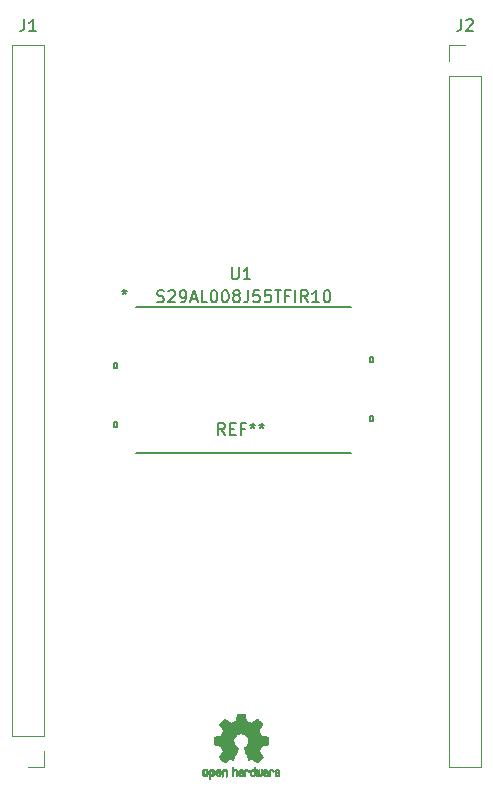
<source format=gbr>
G04 #@! TF.GenerationSoftware,KiCad,Pcbnew,(5.1.5)-3*
G04 #@! TF.CreationDate,2020-03-18T19:13:38-04:00*
G04 #@! TF.ProjectId,SingleBoard,53696e67-6c65-4426-9f61-72642e6b6963,rev?*
G04 #@! TF.SameCoordinates,Original*
G04 #@! TF.FileFunction,Legend,Top*
G04 #@! TF.FilePolarity,Positive*
%FSLAX46Y46*%
G04 Gerber Fmt 4.6, Leading zero omitted, Abs format (unit mm)*
G04 Created by KiCad (PCBNEW (5.1.5)-3) date 2020-03-18 19:13:38*
%MOMM*%
%LPD*%
G04 APERTURE LIST*
%ADD10C,0.010000*%
%ADD11C,0.152400*%
%ADD12C,0.120000*%
%ADD13C,0.150000*%
G04 APERTURE END LIST*
D10*
G36*
X112103910Y-99242348D02*
G01*
X112182454Y-99242778D01*
X112239298Y-99243942D01*
X112278105Y-99246207D01*
X112302538Y-99249940D01*
X112316262Y-99255506D01*
X112322940Y-99263273D01*
X112326236Y-99273605D01*
X112326556Y-99274943D01*
X112331562Y-99299079D01*
X112340829Y-99346701D01*
X112353392Y-99412741D01*
X112368287Y-99492128D01*
X112384551Y-99579796D01*
X112385119Y-99582875D01*
X112401410Y-99668789D01*
X112416652Y-99744696D01*
X112429861Y-99806045D01*
X112440054Y-99848282D01*
X112446248Y-99866855D01*
X112446543Y-99867184D01*
X112464788Y-99876253D01*
X112502405Y-99891367D01*
X112551271Y-99909262D01*
X112551543Y-99909358D01*
X112613093Y-99932493D01*
X112685657Y-99961965D01*
X112754057Y-99991597D01*
X112757294Y-99993062D01*
X112868702Y-100043626D01*
X113115399Y-99875160D01*
X113191077Y-99823803D01*
X113259631Y-99777889D01*
X113317088Y-99740030D01*
X113359476Y-99712837D01*
X113382825Y-99698921D01*
X113385042Y-99697889D01*
X113402010Y-99702484D01*
X113433701Y-99724655D01*
X113481352Y-99765447D01*
X113546198Y-99825905D01*
X113612397Y-99890227D01*
X113676214Y-99953612D01*
X113733329Y-100011451D01*
X113780305Y-100060175D01*
X113813703Y-100096210D01*
X113830085Y-100115984D01*
X113830694Y-100117002D01*
X113832505Y-100130572D01*
X113825683Y-100152733D01*
X113808540Y-100186478D01*
X113779393Y-100234800D01*
X113736555Y-100300692D01*
X113679448Y-100385517D01*
X113628766Y-100460177D01*
X113583461Y-100527140D01*
X113546150Y-100582516D01*
X113519452Y-100622420D01*
X113505985Y-100642962D01*
X113505137Y-100644356D01*
X113506781Y-100664038D01*
X113519245Y-100702293D01*
X113540048Y-100751889D01*
X113547462Y-100767728D01*
X113579814Y-100838290D01*
X113614328Y-100918353D01*
X113642365Y-100987629D01*
X113662568Y-101039045D01*
X113678615Y-101078119D01*
X113687888Y-101098541D01*
X113689041Y-101100114D01*
X113706096Y-101102721D01*
X113746298Y-101109863D01*
X113804302Y-101120523D01*
X113874763Y-101133685D01*
X113952335Y-101148333D01*
X114031672Y-101163449D01*
X114107431Y-101178018D01*
X114174264Y-101191022D01*
X114226828Y-101201445D01*
X114259776Y-101208270D01*
X114267857Y-101210199D01*
X114276205Y-101214962D01*
X114282506Y-101225718D01*
X114287045Y-101246098D01*
X114290104Y-101279734D01*
X114291967Y-101330255D01*
X114292918Y-101401292D01*
X114293240Y-101496476D01*
X114293257Y-101535492D01*
X114293257Y-101852799D01*
X114217057Y-101867839D01*
X114174663Y-101875995D01*
X114111400Y-101887899D01*
X114034962Y-101902116D01*
X113953043Y-101917210D01*
X113930400Y-101921355D01*
X113854806Y-101936053D01*
X113788953Y-101950505D01*
X113738366Y-101963375D01*
X113708574Y-101973322D01*
X113703612Y-101976287D01*
X113691426Y-101997283D01*
X113673953Y-102037967D01*
X113654577Y-102090322D01*
X113650734Y-102101600D01*
X113625339Y-102171523D01*
X113593817Y-102250418D01*
X113562969Y-102321266D01*
X113562817Y-102321595D01*
X113511447Y-102432733D01*
X113680399Y-102681253D01*
X113849352Y-102929772D01*
X113632429Y-103147058D01*
X113566819Y-103211726D01*
X113506979Y-103268733D01*
X113456267Y-103315033D01*
X113418046Y-103347584D01*
X113395675Y-103363343D01*
X113392466Y-103364343D01*
X113373626Y-103356469D01*
X113335180Y-103334578D01*
X113281330Y-103301267D01*
X113216276Y-103259131D01*
X113145940Y-103211943D01*
X113074555Y-103163810D01*
X113010908Y-103121928D01*
X112959041Y-103088871D01*
X112922995Y-103067218D01*
X112906867Y-103059543D01*
X112887189Y-103066037D01*
X112849875Y-103083150D01*
X112802621Y-103107326D01*
X112797612Y-103110013D01*
X112733977Y-103141927D01*
X112690341Y-103157579D01*
X112663202Y-103157745D01*
X112649057Y-103143204D01*
X112648975Y-103143000D01*
X112641905Y-103125779D01*
X112625042Y-103084899D01*
X112599695Y-103023525D01*
X112567171Y-102944819D01*
X112528778Y-102851947D01*
X112485822Y-102748072D01*
X112444222Y-102647502D01*
X112398504Y-102536516D01*
X112356526Y-102433703D01*
X112319548Y-102342215D01*
X112288827Y-102265201D01*
X112265622Y-102205815D01*
X112251190Y-102167209D01*
X112246743Y-102152800D01*
X112257896Y-102136272D01*
X112287069Y-102109930D01*
X112325971Y-102080887D01*
X112436757Y-101989039D01*
X112523351Y-101883759D01*
X112584716Y-101767266D01*
X112619815Y-101641776D01*
X112627608Y-101509507D01*
X112621943Y-101448457D01*
X112591078Y-101321795D01*
X112537920Y-101209941D01*
X112465767Y-101114001D01*
X112377917Y-101035076D01*
X112277665Y-100974270D01*
X112168310Y-100932687D01*
X112053147Y-100911428D01*
X111935475Y-100911599D01*
X111818590Y-100934301D01*
X111705789Y-100980638D01*
X111600369Y-101051713D01*
X111556368Y-101091911D01*
X111471979Y-101195129D01*
X111413222Y-101307925D01*
X111379704Y-101427010D01*
X111371035Y-101549095D01*
X111386823Y-101670893D01*
X111426678Y-101789116D01*
X111490207Y-101900475D01*
X111577021Y-102001684D01*
X111674029Y-102080887D01*
X111714437Y-102111162D01*
X111742982Y-102137219D01*
X111753257Y-102152825D01*
X111747877Y-102169843D01*
X111732575Y-102210500D01*
X111708612Y-102271642D01*
X111677244Y-102350119D01*
X111639732Y-102442780D01*
X111597333Y-102546472D01*
X111555663Y-102647526D01*
X111509690Y-102758607D01*
X111467107Y-102861541D01*
X111429221Y-102953165D01*
X111397340Y-103030316D01*
X111372771Y-103089831D01*
X111356820Y-103128544D01*
X111350910Y-103143000D01*
X111336948Y-103157685D01*
X111309940Y-103157642D01*
X111266413Y-103142099D01*
X111202890Y-103110284D01*
X111202388Y-103110013D01*
X111154560Y-103085323D01*
X111115897Y-103067338D01*
X111094095Y-103059614D01*
X111093133Y-103059543D01*
X111076721Y-103067378D01*
X111040487Y-103089165D01*
X110988474Y-103122328D01*
X110924725Y-103164291D01*
X110854060Y-103211943D01*
X110782116Y-103260191D01*
X110717274Y-103302151D01*
X110663735Y-103335227D01*
X110625697Y-103356821D01*
X110607533Y-103364343D01*
X110590808Y-103354457D01*
X110557180Y-103326826D01*
X110510010Y-103284495D01*
X110452658Y-103230505D01*
X110388484Y-103167899D01*
X110367497Y-103146983D01*
X110150499Y-102929623D01*
X110315668Y-102687220D01*
X110365864Y-102612781D01*
X110409919Y-102545972D01*
X110445362Y-102490665D01*
X110469719Y-102450729D01*
X110480522Y-102430036D01*
X110480838Y-102428563D01*
X110475143Y-102409058D01*
X110459826Y-102369822D01*
X110437537Y-102317430D01*
X110421893Y-102282355D01*
X110392641Y-102215201D01*
X110365094Y-102147358D01*
X110343737Y-102090034D01*
X110337935Y-102072572D01*
X110321452Y-102025938D01*
X110305340Y-101989905D01*
X110296490Y-101976287D01*
X110276960Y-101967952D01*
X110234334Y-101956137D01*
X110174145Y-101942181D01*
X110101922Y-101927422D01*
X110069600Y-101921355D01*
X109987522Y-101906273D01*
X109908795Y-101891669D01*
X109841109Y-101878980D01*
X109792160Y-101869642D01*
X109782943Y-101867839D01*
X109706743Y-101852799D01*
X109706743Y-101535492D01*
X109706914Y-101431154D01*
X109707616Y-101352213D01*
X109709134Y-101295038D01*
X109711749Y-101255999D01*
X109715746Y-101231465D01*
X109721409Y-101217805D01*
X109729020Y-101211389D01*
X109732143Y-101210199D01*
X109750978Y-101205980D01*
X109792588Y-101197562D01*
X109851630Y-101185961D01*
X109922757Y-101172195D01*
X110000625Y-101157280D01*
X110079887Y-101142232D01*
X110155198Y-101128069D01*
X110221213Y-101115806D01*
X110272587Y-101106461D01*
X110303975Y-101101050D01*
X110310959Y-101100114D01*
X110317285Y-101087596D01*
X110331290Y-101054246D01*
X110350355Y-101006377D01*
X110357634Y-100987629D01*
X110386996Y-100915195D01*
X110421571Y-100835170D01*
X110452537Y-100767728D01*
X110475323Y-100716159D01*
X110490482Y-100673785D01*
X110495542Y-100647834D01*
X110494736Y-100644356D01*
X110484041Y-100627936D01*
X110459620Y-100591417D01*
X110424095Y-100538687D01*
X110380087Y-100473635D01*
X110330217Y-100400151D01*
X110320356Y-100385645D01*
X110262492Y-100299704D01*
X110219956Y-100234261D01*
X110191054Y-100186304D01*
X110174090Y-100152820D01*
X110167367Y-100130795D01*
X110169190Y-100117217D01*
X110169236Y-100117131D01*
X110183586Y-100099297D01*
X110215323Y-100064817D01*
X110261010Y-100017268D01*
X110317204Y-99960222D01*
X110380468Y-99897255D01*
X110387602Y-99890227D01*
X110467330Y-99813020D01*
X110528857Y-99756330D01*
X110573421Y-99719110D01*
X110602257Y-99700315D01*
X110614958Y-99697889D01*
X110633494Y-99708471D01*
X110671961Y-99732916D01*
X110726386Y-99768612D01*
X110792798Y-99812947D01*
X110867225Y-99863311D01*
X110884601Y-99875160D01*
X111131297Y-100043626D01*
X111242706Y-99993062D01*
X111310457Y-99963595D01*
X111383183Y-99933959D01*
X111445703Y-99910330D01*
X111448457Y-99909358D01*
X111497360Y-99891457D01*
X111535057Y-99876320D01*
X111553425Y-99867210D01*
X111553456Y-99867184D01*
X111559285Y-99850717D01*
X111569192Y-99810219D01*
X111582195Y-99750242D01*
X111597309Y-99675340D01*
X111613552Y-99590064D01*
X111614881Y-99582875D01*
X111631175Y-99495014D01*
X111646133Y-99415260D01*
X111658791Y-99348681D01*
X111668186Y-99300347D01*
X111673354Y-99275325D01*
X111673444Y-99274943D01*
X111676589Y-99264299D01*
X111682704Y-99256262D01*
X111695453Y-99250467D01*
X111718500Y-99246547D01*
X111755509Y-99244135D01*
X111810144Y-99242865D01*
X111886067Y-99242371D01*
X111986944Y-99242286D01*
X112000000Y-99242286D01*
X112103910Y-99242348D01*
G37*
X112103910Y-99242348D02*
X112182454Y-99242778D01*
X112239298Y-99243942D01*
X112278105Y-99246207D01*
X112302538Y-99249940D01*
X112316262Y-99255506D01*
X112322940Y-99263273D01*
X112326236Y-99273605D01*
X112326556Y-99274943D01*
X112331562Y-99299079D01*
X112340829Y-99346701D01*
X112353392Y-99412741D01*
X112368287Y-99492128D01*
X112384551Y-99579796D01*
X112385119Y-99582875D01*
X112401410Y-99668789D01*
X112416652Y-99744696D01*
X112429861Y-99806045D01*
X112440054Y-99848282D01*
X112446248Y-99866855D01*
X112446543Y-99867184D01*
X112464788Y-99876253D01*
X112502405Y-99891367D01*
X112551271Y-99909262D01*
X112551543Y-99909358D01*
X112613093Y-99932493D01*
X112685657Y-99961965D01*
X112754057Y-99991597D01*
X112757294Y-99993062D01*
X112868702Y-100043626D01*
X113115399Y-99875160D01*
X113191077Y-99823803D01*
X113259631Y-99777889D01*
X113317088Y-99740030D01*
X113359476Y-99712837D01*
X113382825Y-99698921D01*
X113385042Y-99697889D01*
X113402010Y-99702484D01*
X113433701Y-99724655D01*
X113481352Y-99765447D01*
X113546198Y-99825905D01*
X113612397Y-99890227D01*
X113676214Y-99953612D01*
X113733329Y-100011451D01*
X113780305Y-100060175D01*
X113813703Y-100096210D01*
X113830085Y-100115984D01*
X113830694Y-100117002D01*
X113832505Y-100130572D01*
X113825683Y-100152733D01*
X113808540Y-100186478D01*
X113779393Y-100234800D01*
X113736555Y-100300692D01*
X113679448Y-100385517D01*
X113628766Y-100460177D01*
X113583461Y-100527140D01*
X113546150Y-100582516D01*
X113519452Y-100622420D01*
X113505985Y-100642962D01*
X113505137Y-100644356D01*
X113506781Y-100664038D01*
X113519245Y-100702293D01*
X113540048Y-100751889D01*
X113547462Y-100767728D01*
X113579814Y-100838290D01*
X113614328Y-100918353D01*
X113642365Y-100987629D01*
X113662568Y-101039045D01*
X113678615Y-101078119D01*
X113687888Y-101098541D01*
X113689041Y-101100114D01*
X113706096Y-101102721D01*
X113746298Y-101109863D01*
X113804302Y-101120523D01*
X113874763Y-101133685D01*
X113952335Y-101148333D01*
X114031672Y-101163449D01*
X114107431Y-101178018D01*
X114174264Y-101191022D01*
X114226828Y-101201445D01*
X114259776Y-101208270D01*
X114267857Y-101210199D01*
X114276205Y-101214962D01*
X114282506Y-101225718D01*
X114287045Y-101246098D01*
X114290104Y-101279734D01*
X114291967Y-101330255D01*
X114292918Y-101401292D01*
X114293240Y-101496476D01*
X114293257Y-101535492D01*
X114293257Y-101852799D01*
X114217057Y-101867839D01*
X114174663Y-101875995D01*
X114111400Y-101887899D01*
X114034962Y-101902116D01*
X113953043Y-101917210D01*
X113930400Y-101921355D01*
X113854806Y-101936053D01*
X113788953Y-101950505D01*
X113738366Y-101963375D01*
X113708574Y-101973322D01*
X113703612Y-101976287D01*
X113691426Y-101997283D01*
X113673953Y-102037967D01*
X113654577Y-102090322D01*
X113650734Y-102101600D01*
X113625339Y-102171523D01*
X113593817Y-102250418D01*
X113562969Y-102321266D01*
X113562817Y-102321595D01*
X113511447Y-102432733D01*
X113680399Y-102681253D01*
X113849352Y-102929772D01*
X113632429Y-103147058D01*
X113566819Y-103211726D01*
X113506979Y-103268733D01*
X113456267Y-103315033D01*
X113418046Y-103347584D01*
X113395675Y-103363343D01*
X113392466Y-103364343D01*
X113373626Y-103356469D01*
X113335180Y-103334578D01*
X113281330Y-103301267D01*
X113216276Y-103259131D01*
X113145940Y-103211943D01*
X113074555Y-103163810D01*
X113010908Y-103121928D01*
X112959041Y-103088871D01*
X112922995Y-103067218D01*
X112906867Y-103059543D01*
X112887189Y-103066037D01*
X112849875Y-103083150D01*
X112802621Y-103107326D01*
X112797612Y-103110013D01*
X112733977Y-103141927D01*
X112690341Y-103157579D01*
X112663202Y-103157745D01*
X112649057Y-103143204D01*
X112648975Y-103143000D01*
X112641905Y-103125779D01*
X112625042Y-103084899D01*
X112599695Y-103023525D01*
X112567171Y-102944819D01*
X112528778Y-102851947D01*
X112485822Y-102748072D01*
X112444222Y-102647502D01*
X112398504Y-102536516D01*
X112356526Y-102433703D01*
X112319548Y-102342215D01*
X112288827Y-102265201D01*
X112265622Y-102205815D01*
X112251190Y-102167209D01*
X112246743Y-102152800D01*
X112257896Y-102136272D01*
X112287069Y-102109930D01*
X112325971Y-102080887D01*
X112436757Y-101989039D01*
X112523351Y-101883759D01*
X112584716Y-101767266D01*
X112619815Y-101641776D01*
X112627608Y-101509507D01*
X112621943Y-101448457D01*
X112591078Y-101321795D01*
X112537920Y-101209941D01*
X112465767Y-101114001D01*
X112377917Y-101035076D01*
X112277665Y-100974270D01*
X112168310Y-100932687D01*
X112053147Y-100911428D01*
X111935475Y-100911599D01*
X111818590Y-100934301D01*
X111705789Y-100980638D01*
X111600369Y-101051713D01*
X111556368Y-101091911D01*
X111471979Y-101195129D01*
X111413222Y-101307925D01*
X111379704Y-101427010D01*
X111371035Y-101549095D01*
X111386823Y-101670893D01*
X111426678Y-101789116D01*
X111490207Y-101900475D01*
X111577021Y-102001684D01*
X111674029Y-102080887D01*
X111714437Y-102111162D01*
X111742982Y-102137219D01*
X111753257Y-102152825D01*
X111747877Y-102169843D01*
X111732575Y-102210500D01*
X111708612Y-102271642D01*
X111677244Y-102350119D01*
X111639732Y-102442780D01*
X111597333Y-102546472D01*
X111555663Y-102647526D01*
X111509690Y-102758607D01*
X111467107Y-102861541D01*
X111429221Y-102953165D01*
X111397340Y-103030316D01*
X111372771Y-103089831D01*
X111356820Y-103128544D01*
X111350910Y-103143000D01*
X111336948Y-103157685D01*
X111309940Y-103157642D01*
X111266413Y-103142099D01*
X111202890Y-103110284D01*
X111202388Y-103110013D01*
X111154560Y-103085323D01*
X111115897Y-103067338D01*
X111094095Y-103059614D01*
X111093133Y-103059543D01*
X111076721Y-103067378D01*
X111040487Y-103089165D01*
X110988474Y-103122328D01*
X110924725Y-103164291D01*
X110854060Y-103211943D01*
X110782116Y-103260191D01*
X110717274Y-103302151D01*
X110663735Y-103335227D01*
X110625697Y-103356821D01*
X110607533Y-103364343D01*
X110590808Y-103354457D01*
X110557180Y-103326826D01*
X110510010Y-103284495D01*
X110452658Y-103230505D01*
X110388484Y-103167899D01*
X110367497Y-103146983D01*
X110150499Y-102929623D01*
X110315668Y-102687220D01*
X110365864Y-102612781D01*
X110409919Y-102545972D01*
X110445362Y-102490665D01*
X110469719Y-102450729D01*
X110480522Y-102430036D01*
X110480838Y-102428563D01*
X110475143Y-102409058D01*
X110459826Y-102369822D01*
X110437537Y-102317430D01*
X110421893Y-102282355D01*
X110392641Y-102215201D01*
X110365094Y-102147358D01*
X110343737Y-102090034D01*
X110337935Y-102072572D01*
X110321452Y-102025938D01*
X110305340Y-101989905D01*
X110296490Y-101976287D01*
X110276960Y-101967952D01*
X110234334Y-101956137D01*
X110174145Y-101942181D01*
X110101922Y-101927422D01*
X110069600Y-101921355D01*
X109987522Y-101906273D01*
X109908795Y-101891669D01*
X109841109Y-101878980D01*
X109792160Y-101869642D01*
X109782943Y-101867839D01*
X109706743Y-101852799D01*
X109706743Y-101535492D01*
X109706914Y-101431154D01*
X109707616Y-101352213D01*
X109709134Y-101295038D01*
X109711749Y-101255999D01*
X109715746Y-101231465D01*
X109721409Y-101217805D01*
X109729020Y-101211389D01*
X109732143Y-101210199D01*
X109750978Y-101205980D01*
X109792588Y-101197562D01*
X109851630Y-101185961D01*
X109922757Y-101172195D01*
X110000625Y-101157280D01*
X110079887Y-101142232D01*
X110155198Y-101128069D01*
X110221213Y-101115806D01*
X110272587Y-101106461D01*
X110303975Y-101101050D01*
X110310959Y-101100114D01*
X110317285Y-101087596D01*
X110331290Y-101054246D01*
X110350355Y-101006377D01*
X110357634Y-100987629D01*
X110386996Y-100915195D01*
X110421571Y-100835170D01*
X110452537Y-100767728D01*
X110475323Y-100716159D01*
X110490482Y-100673785D01*
X110495542Y-100647834D01*
X110494736Y-100644356D01*
X110484041Y-100627936D01*
X110459620Y-100591417D01*
X110424095Y-100538687D01*
X110380087Y-100473635D01*
X110330217Y-100400151D01*
X110320356Y-100385645D01*
X110262492Y-100299704D01*
X110219956Y-100234261D01*
X110191054Y-100186304D01*
X110174090Y-100152820D01*
X110167367Y-100130795D01*
X110169190Y-100117217D01*
X110169236Y-100117131D01*
X110183586Y-100099297D01*
X110215323Y-100064817D01*
X110261010Y-100017268D01*
X110317204Y-99960222D01*
X110380468Y-99897255D01*
X110387602Y-99890227D01*
X110467330Y-99813020D01*
X110528857Y-99756330D01*
X110573421Y-99719110D01*
X110602257Y-99700315D01*
X110614958Y-99697889D01*
X110633494Y-99708471D01*
X110671961Y-99732916D01*
X110726386Y-99768612D01*
X110792798Y-99812947D01*
X110867225Y-99863311D01*
X110884601Y-99875160D01*
X111131297Y-100043626D01*
X111242706Y-99993062D01*
X111310457Y-99963595D01*
X111383183Y-99933959D01*
X111445703Y-99910330D01*
X111448457Y-99909358D01*
X111497360Y-99891457D01*
X111535057Y-99876320D01*
X111553425Y-99867210D01*
X111553456Y-99867184D01*
X111559285Y-99850717D01*
X111569192Y-99810219D01*
X111582195Y-99750242D01*
X111597309Y-99675340D01*
X111613552Y-99590064D01*
X111614881Y-99582875D01*
X111631175Y-99495014D01*
X111646133Y-99415260D01*
X111658791Y-99348681D01*
X111668186Y-99300347D01*
X111673354Y-99275325D01*
X111673444Y-99274943D01*
X111676589Y-99264299D01*
X111682704Y-99256262D01*
X111695453Y-99250467D01*
X111718500Y-99246547D01*
X111755509Y-99244135D01*
X111810144Y-99242865D01*
X111886067Y-99242371D01*
X111986944Y-99242286D01*
X112000000Y-99242286D01*
X112103910Y-99242348D01*
G36*
X115153595Y-103966966D02*
G01*
X115211021Y-104004497D01*
X115238719Y-104038096D01*
X115260662Y-104099064D01*
X115262405Y-104147308D01*
X115258457Y-104211816D01*
X115109686Y-104276934D01*
X115037349Y-104310202D01*
X114990084Y-104336964D01*
X114965507Y-104360144D01*
X114961237Y-104382667D01*
X114974889Y-104407455D01*
X114989943Y-104423886D01*
X115033746Y-104450235D01*
X115081389Y-104452081D01*
X115125145Y-104431546D01*
X115157289Y-104390752D01*
X115163038Y-104376347D01*
X115190576Y-104331356D01*
X115222258Y-104312182D01*
X115265714Y-104295779D01*
X115265714Y-104357966D01*
X115261872Y-104400283D01*
X115246823Y-104435969D01*
X115215280Y-104476943D01*
X115210592Y-104482267D01*
X115175506Y-104518720D01*
X115145347Y-104538283D01*
X115107615Y-104547283D01*
X115076335Y-104550230D01*
X115020385Y-104550965D01*
X114980555Y-104541660D01*
X114955708Y-104527846D01*
X114916656Y-104497467D01*
X114889625Y-104464613D01*
X114872517Y-104423294D01*
X114863238Y-104367521D01*
X114859693Y-104291305D01*
X114859410Y-104252622D01*
X114860372Y-104206247D01*
X114948007Y-104206247D01*
X114949023Y-104231126D01*
X114951556Y-104235200D01*
X114968274Y-104229665D01*
X115004249Y-104215017D01*
X115052331Y-104194190D01*
X115062386Y-104189714D01*
X115123152Y-104158814D01*
X115156632Y-104131657D01*
X115163990Y-104106220D01*
X115146391Y-104080481D01*
X115131856Y-104069109D01*
X115079410Y-104046364D01*
X115030322Y-104050122D01*
X114989227Y-104077884D01*
X114960758Y-104127152D01*
X114951631Y-104166257D01*
X114948007Y-104206247D01*
X114860372Y-104206247D01*
X114861285Y-104162249D01*
X114868196Y-104095384D01*
X114881884Y-104046695D01*
X114904096Y-104010849D01*
X114936574Y-103982513D01*
X114950733Y-103973355D01*
X115015053Y-103949507D01*
X115085473Y-103948006D01*
X115153595Y-103966966D01*
G37*
X115153595Y-103966966D02*
X115211021Y-104004497D01*
X115238719Y-104038096D01*
X115260662Y-104099064D01*
X115262405Y-104147308D01*
X115258457Y-104211816D01*
X115109686Y-104276934D01*
X115037349Y-104310202D01*
X114990084Y-104336964D01*
X114965507Y-104360144D01*
X114961237Y-104382667D01*
X114974889Y-104407455D01*
X114989943Y-104423886D01*
X115033746Y-104450235D01*
X115081389Y-104452081D01*
X115125145Y-104431546D01*
X115157289Y-104390752D01*
X115163038Y-104376347D01*
X115190576Y-104331356D01*
X115222258Y-104312182D01*
X115265714Y-104295779D01*
X115265714Y-104357966D01*
X115261872Y-104400283D01*
X115246823Y-104435969D01*
X115215280Y-104476943D01*
X115210592Y-104482267D01*
X115175506Y-104518720D01*
X115145347Y-104538283D01*
X115107615Y-104547283D01*
X115076335Y-104550230D01*
X115020385Y-104550965D01*
X114980555Y-104541660D01*
X114955708Y-104527846D01*
X114916656Y-104497467D01*
X114889625Y-104464613D01*
X114872517Y-104423294D01*
X114863238Y-104367521D01*
X114859693Y-104291305D01*
X114859410Y-104252622D01*
X114860372Y-104206247D01*
X114948007Y-104206247D01*
X114949023Y-104231126D01*
X114951556Y-104235200D01*
X114968274Y-104229665D01*
X115004249Y-104215017D01*
X115052331Y-104194190D01*
X115062386Y-104189714D01*
X115123152Y-104158814D01*
X115156632Y-104131657D01*
X115163990Y-104106220D01*
X115146391Y-104080481D01*
X115131856Y-104069109D01*
X115079410Y-104046364D01*
X115030322Y-104050122D01*
X114989227Y-104077884D01*
X114960758Y-104127152D01*
X114951631Y-104166257D01*
X114948007Y-104206247D01*
X114860372Y-104206247D01*
X114861285Y-104162249D01*
X114868196Y-104095384D01*
X114881884Y-104046695D01*
X114904096Y-104010849D01*
X114936574Y-103982513D01*
X114950733Y-103973355D01*
X115015053Y-103949507D01*
X115085473Y-103948006D01*
X115153595Y-103966966D01*
G36*
X114652600Y-103958752D02*
G01*
X114669948Y-103966334D01*
X114711356Y-103999128D01*
X114746765Y-104046547D01*
X114768664Y-104097151D01*
X114772229Y-104122098D01*
X114760279Y-104156927D01*
X114734067Y-104175357D01*
X114705964Y-104186516D01*
X114693095Y-104188572D01*
X114686829Y-104173649D01*
X114674456Y-104141175D01*
X114669028Y-104126502D01*
X114638590Y-104075744D01*
X114594520Y-104050427D01*
X114538010Y-104051206D01*
X114533825Y-104052203D01*
X114503655Y-104066507D01*
X114481476Y-104094393D01*
X114466327Y-104139287D01*
X114457250Y-104204615D01*
X114453286Y-104293804D01*
X114452914Y-104341261D01*
X114452730Y-104416071D01*
X114451522Y-104467069D01*
X114448309Y-104499471D01*
X114442109Y-104518495D01*
X114431940Y-104529356D01*
X114416819Y-104537272D01*
X114415946Y-104537670D01*
X114386828Y-104549981D01*
X114372403Y-104554514D01*
X114370186Y-104540809D01*
X114368289Y-104502925D01*
X114366847Y-104445715D01*
X114365998Y-104374027D01*
X114365829Y-104321565D01*
X114366692Y-104220047D01*
X114370070Y-104143032D01*
X114377142Y-104086023D01*
X114389088Y-104044526D01*
X114407090Y-104014043D01*
X114432327Y-103990080D01*
X114457247Y-103973355D01*
X114517171Y-103951097D01*
X114586911Y-103946076D01*
X114652600Y-103958752D01*
G37*
X114652600Y-103958752D02*
X114669948Y-103966334D01*
X114711356Y-103999128D01*
X114746765Y-104046547D01*
X114768664Y-104097151D01*
X114772229Y-104122098D01*
X114760279Y-104156927D01*
X114734067Y-104175357D01*
X114705964Y-104186516D01*
X114693095Y-104188572D01*
X114686829Y-104173649D01*
X114674456Y-104141175D01*
X114669028Y-104126502D01*
X114638590Y-104075744D01*
X114594520Y-104050427D01*
X114538010Y-104051206D01*
X114533825Y-104052203D01*
X114503655Y-104066507D01*
X114481476Y-104094393D01*
X114466327Y-104139287D01*
X114457250Y-104204615D01*
X114453286Y-104293804D01*
X114452914Y-104341261D01*
X114452730Y-104416071D01*
X114451522Y-104467069D01*
X114448309Y-104499471D01*
X114442109Y-104518495D01*
X114431940Y-104529356D01*
X114416819Y-104537272D01*
X114415946Y-104537670D01*
X114386828Y-104549981D01*
X114372403Y-104554514D01*
X114370186Y-104540809D01*
X114368289Y-104502925D01*
X114366847Y-104445715D01*
X114365998Y-104374027D01*
X114365829Y-104321565D01*
X114366692Y-104220047D01*
X114370070Y-104143032D01*
X114377142Y-104086023D01*
X114389088Y-104044526D01*
X114407090Y-104014043D01*
X114432327Y-103990080D01*
X114457247Y-103973355D01*
X114517171Y-103951097D01*
X114586911Y-103946076D01*
X114652600Y-103958752D01*
G36*
X114144876Y-103956335D02*
G01*
X114186667Y-103975344D01*
X114219469Y-103998378D01*
X114243503Y-104024133D01*
X114260097Y-104057358D01*
X114270577Y-104102800D01*
X114276271Y-104165207D01*
X114278507Y-104249327D01*
X114278743Y-104304721D01*
X114278743Y-104520826D01*
X114241774Y-104537670D01*
X114212656Y-104549981D01*
X114198231Y-104554514D01*
X114195472Y-104541025D01*
X114193282Y-104504653D01*
X114191942Y-104451542D01*
X114191657Y-104409372D01*
X114190434Y-104348447D01*
X114187136Y-104300115D01*
X114182321Y-104270518D01*
X114178496Y-104264229D01*
X114152783Y-104270652D01*
X114112418Y-104287125D01*
X114065679Y-104309458D01*
X114020845Y-104333457D01*
X113986193Y-104354930D01*
X113970002Y-104369685D01*
X113969938Y-104369845D01*
X113971330Y-104397152D01*
X113983818Y-104423219D01*
X114005743Y-104444392D01*
X114037743Y-104451474D01*
X114065092Y-104450649D01*
X114103826Y-104450042D01*
X114124158Y-104459116D01*
X114136369Y-104483092D01*
X114137909Y-104487613D01*
X114143203Y-104521806D01*
X114129047Y-104542568D01*
X114092148Y-104552462D01*
X114052289Y-104554292D01*
X113980562Y-104540727D01*
X113943432Y-104521355D01*
X113897576Y-104475845D01*
X113873256Y-104419983D01*
X113871073Y-104360957D01*
X113891629Y-104305953D01*
X113922549Y-104271486D01*
X113953420Y-104252189D01*
X114001942Y-104227759D01*
X114058485Y-104202985D01*
X114067910Y-104199199D01*
X114130019Y-104171791D01*
X114165822Y-104147634D01*
X114177337Y-104123619D01*
X114166580Y-104096635D01*
X114148114Y-104075543D01*
X114104469Y-104049572D01*
X114056446Y-104047624D01*
X114012406Y-104067637D01*
X113980709Y-104107551D01*
X113976549Y-104117848D01*
X113952327Y-104155724D01*
X113916965Y-104183842D01*
X113872343Y-104206917D01*
X113872343Y-104141485D01*
X113874969Y-104101506D01*
X113886230Y-104069997D01*
X113911199Y-104036378D01*
X113935169Y-104010484D01*
X113972441Y-103973817D01*
X114001401Y-103954121D01*
X114032505Y-103946220D01*
X114067713Y-103944914D01*
X114144876Y-103956335D01*
G37*
X114144876Y-103956335D02*
X114186667Y-103975344D01*
X114219469Y-103998378D01*
X114243503Y-104024133D01*
X114260097Y-104057358D01*
X114270577Y-104102800D01*
X114276271Y-104165207D01*
X114278507Y-104249327D01*
X114278743Y-104304721D01*
X114278743Y-104520826D01*
X114241774Y-104537670D01*
X114212656Y-104549981D01*
X114198231Y-104554514D01*
X114195472Y-104541025D01*
X114193282Y-104504653D01*
X114191942Y-104451542D01*
X114191657Y-104409372D01*
X114190434Y-104348447D01*
X114187136Y-104300115D01*
X114182321Y-104270518D01*
X114178496Y-104264229D01*
X114152783Y-104270652D01*
X114112418Y-104287125D01*
X114065679Y-104309458D01*
X114020845Y-104333457D01*
X113986193Y-104354930D01*
X113970002Y-104369685D01*
X113969938Y-104369845D01*
X113971330Y-104397152D01*
X113983818Y-104423219D01*
X114005743Y-104444392D01*
X114037743Y-104451474D01*
X114065092Y-104450649D01*
X114103826Y-104450042D01*
X114124158Y-104459116D01*
X114136369Y-104483092D01*
X114137909Y-104487613D01*
X114143203Y-104521806D01*
X114129047Y-104542568D01*
X114092148Y-104552462D01*
X114052289Y-104554292D01*
X113980562Y-104540727D01*
X113943432Y-104521355D01*
X113897576Y-104475845D01*
X113873256Y-104419983D01*
X113871073Y-104360957D01*
X113891629Y-104305953D01*
X113922549Y-104271486D01*
X113953420Y-104252189D01*
X114001942Y-104227759D01*
X114058485Y-104202985D01*
X114067910Y-104199199D01*
X114130019Y-104171791D01*
X114165822Y-104147634D01*
X114177337Y-104123619D01*
X114166580Y-104096635D01*
X114148114Y-104075543D01*
X114104469Y-104049572D01*
X114056446Y-104047624D01*
X114012406Y-104067637D01*
X113980709Y-104107551D01*
X113976549Y-104117848D01*
X113952327Y-104155724D01*
X113916965Y-104183842D01*
X113872343Y-104206917D01*
X113872343Y-104141485D01*
X113874969Y-104101506D01*
X113886230Y-104069997D01*
X113911199Y-104036378D01*
X113935169Y-104010484D01*
X113972441Y-103973817D01*
X114001401Y-103954121D01*
X114032505Y-103946220D01*
X114067713Y-103944914D01*
X114144876Y-103956335D01*
G36*
X113779833Y-103958663D02*
G01*
X113782048Y-103996850D01*
X113783784Y-104054886D01*
X113784899Y-104128180D01*
X113785257Y-104205055D01*
X113785257Y-104465196D01*
X113739326Y-104511127D01*
X113707675Y-104539429D01*
X113679890Y-104550893D01*
X113641915Y-104550168D01*
X113626840Y-104548321D01*
X113579726Y-104542948D01*
X113540756Y-104539869D01*
X113531257Y-104539585D01*
X113499233Y-104541445D01*
X113453432Y-104546114D01*
X113435674Y-104548321D01*
X113392057Y-104551735D01*
X113362745Y-104544320D01*
X113333680Y-104521427D01*
X113323188Y-104511127D01*
X113277257Y-104465196D01*
X113277257Y-103978602D01*
X113314226Y-103961758D01*
X113346059Y-103949282D01*
X113364683Y-103944914D01*
X113369458Y-103958718D01*
X113373921Y-103997286D01*
X113377775Y-104056356D01*
X113380722Y-104131663D01*
X113382143Y-104195286D01*
X113386114Y-104445657D01*
X113420759Y-104450556D01*
X113452268Y-104447131D01*
X113467708Y-104436041D01*
X113472023Y-104415308D01*
X113475708Y-104371145D01*
X113478469Y-104309146D01*
X113480012Y-104234909D01*
X113480235Y-104196706D01*
X113480457Y-103976783D01*
X113526166Y-103960849D01*
X113558518Y-103950015D01*
X113576115Y-103944962D01*
X113576623Y-103944914D01*
X113578388Y-103958648D01*
X113580329Y-103996730D01*
X113582282Y-104054482D01*
X113584084Y-104127227D01*
X113585343Y-104195286D01*
X113589314Y-104445657D01*
X113676400Y-104445657D01*
X113680396Y-104217240D01*
X113684392Y-103988822D01*
X113726847Y-103966868D01*
X113758192Y-103951793D01*
X113776744Y-103944951D01*
X113777279Y-103944914D01*
X113779833Y-103958663D01*
G37*
X113779833Y-103958663D02*
X113782048Y-103996850D01*
X113783784Y-104054886D01*
X113784899Y-104128180D01*
X113785257Y-104205055D01*
X113785257Y-104465196D01*
X113739326Y-104511127D01*
X113707675Y-104539429D01*
X113679890Y-104550893D01*
X113641915Y-104550168D01*
X113626840Y-104548321D01*
X113579726Y-104542948D01*
X113540756Y-104539869D01*
X113531257Y-104539585D01*
X113499233Y-104541445D01*
X113453432Y-104546114D01*
X113435674Y-104548321D01*
X113392057Y-104551735D01*
X113362745Y-104544320D01*
X113333680Y-104521427D01*
X113323188Y-104511127D01*
X113277257Y-104465196D01*
X113277257Y-103978602D01*
X113314226Y-103961758D01*
X113346059Y-103949282D01*
X113364683Y-103944914D01*
X113369458Y-103958718D01*
X113373921Y-103997286D01*
X113377775Y-104056356D01*
X113380722Y-104131663D01*
X113382143Y-104195286D01*
X113386114Y-104445657D01*
X113420759Y-104450556D01*
X113452268Y-104447131D01*
X113467708Y-104436041D01*
X113472023Y-104415308D01*
X113475708Y-104371145D01*
X113478469Y-104309146D01*
X113480012Y-104234909D01*
X113480235Y-104196706D01*
X113480457Y-103976783D01*
X113526166Y-103960849D01*
X113558518Y-103950015D01*
X113576115Y-103944962D01*
X113576623Y-103944914D01*
X113578388Y-103958648D01*
X113580329Y-103996730D01*
X113582282Y-104054482D01*
X113584084Y-104127227D01*
X113585343Y-104195286D01*
X113589314Y-104445657D01*
X113676400Y-104445657D01*
X113680396Y-104217240D01*
X113684392Y-103988822D01*
X113726847Y-103966868D01*
X113758192Y-103951793D01*
X113776744Y-103944951D01*
X113777279Y-103944914D01*
X113779833Y-103958663D01*
G36*
X113190117Y-104065358D02*
G01*
X113189933Y-104173837D01*
X113189219Y-104257287D01*
X113187675Y-104319704D01*
X113185001Y-104365085D01*
X113180894Y-104397429D01*
X113175055Y-104420733D01*
X113167182Y-104438995D01*
X113161221Y-104449418D01*
X113111855Y-104505945D01*
X113049264Y-104541377D01*
X112980013Y-104554090D01*
X112910668Y-104542463D01*
X112869375Y-104521568D01*
X112826025Y-104485422D01*
X112796481Y-104441276D01*
X112778655Y-104383462D01*
X112770463Y-104306313D01*
X112769302Y-104249714D01*
X112769458Y-104245647D01*
X112870857Y-104245647D01*
X112871476Y-104310550D01*
X112874314Y-104353514D01*
X112880840Y-104381622D01*
X112892523Y-104401953D01*
X112906483Y-104417288D01*
X112953365Y-104446890D01*
X113003701Y-104449419D01*
X113051276Y-104424705D01*
X113054979Y-104421356D01*
X113070783Y-104403935D01*
X113080693Y-104383209D01*
X113086058Y-104352362D01*
X113088228Y-104304577D01*
X113088571Y-104251748D01*
X113087827Y-104185381D01*
X113084748Y-104141106D01*
X113078061Y-104112009D01*
X113066496Y-104091173D01*
X113057013Y-104080107D01*
X113012960Y-104052198D01*
X112962224Y-104048843D01*
X112913796Y-104070159D01*
X112904450Y-104078073D01*
X112888540Y-104095647D01*
X112878610Y-104116587D01*
X112873278Y-104147782D01*
X112871163Y-104196122D01*
X112870857Y-104245647D01*
X112769458Y-104245647D01*
X112772810Y-104158568D01*
X112784726Y-104090086D01*
X112807135Y-104038600D01*
X112842124Y-103998443D01*
X112869375Y-103977861D01*
X112918907Y-103955625D01*
X112976316Y-103945304D01*
X113029682Y-103948067D01*
X113059543Y-103959212D01*
X113071261Y-103962383D01*
X113079037Y-103950557D01*
X113084465Y-103918866D01*
X113088571Y-103870593D01*
X113093067Y-103816829D01*
X113099313Y-103784482D01*
X113110676Y-103765985D01*
X113130528Y-103753770D01*
X113143000Y-103748362D01*
X113190171Y-103728601D01*
X113190117Y-104065358D01*
G37*
X113190117Y-104065358D02*
X113189933Y-104173837D01*
X113189219Y-104257287D01*
X113187675Y-104319704D01*
X113185001Y-104365085D01*
X113180894Y-104397429D01*
X113175055Y-104420733D01*
X113167182Y-104438995D01*
X113161221Y-104449418D01*
X113111855Y-104505945D01*
X113049264Y-104541377D01*
X112980013Y-104554090D01*
X112910668Y-104542463D01*
X112869375Y-104521568D01*
X112826025Y-104485422D01*
X112796481Y-104441276D01*
X112778655Y-104383462D01*
X112770463Y-104306313D01*
X112769302Y-104249714D01*
X112769458Y-104245647D01*
X112870857Y-104245647D01*
X112871476Y-104310550D01*
X112874314Y-104353514D01*
X112880840Y-104381622D01*
X112892523Y-104401953D01*
X112906483Y-104417288D01*
X112953365Y-104446890D01*
X113003701Y-104449419D01*
X113051276Y-104424705D01*
X113054979Y-104421356D01*
X113070783Y-104403935D01*
X113080693Y-104383209D01*
X113086058Y-104352362D01*
X113088228Y-104304577D01*
X113088571Y-104251748D01*
X113087827Y-104185381D01*
X113084748Y-104141106D01*
X113078061Y-104112009D01*
X113066496Y-104091173D01*
X113057013Y-104080107D01*
X113012960Y-104052198D01*
X112962224Y-104048843D01*
X112913796Y-104070159D01*
X112904450Y-104078073D01*
X112888540Y-104095647D01*
X112878610Y-104116587D01*
X112873278Y-104147782D01*
X112871163Y-104196122D01*
X112870857Y-104245647D01*
X112769458Y-104245647D01*
X112772810Y-104158568D01*
X112784726Y-104090086D01*
X112807135Y-104038600D01*
X112842124Y-103998443D01*
X112869375Y-103977861D01*
X112918907Y-103955625D01*
X112976316Y-103945304D01*
X113029682Y-103948067D01*
X113059543Y-103959212D01*
X113071261Y-103962383D01*
X113079037Y-103950557D01*
X113084465Y-103918866D01*
X113088571Y-103870593D01*
X113093067Y-103816829D01*
X113099313Y-103784482D01*
X113110676Y-103765985D01*
X113130528Y-103753770D01*
X113143000Y-103748362D01*
X113190171Y-103728601D01*
X113190117Y-104065358D01*
G36*
X112529926Y-103949755D02*
G01*
X112595858Y-103974084D01*
X112649273Y-104017117D01*
X112670164Y-104047409D01*
X112692939Y-104102994D01*
X112692466Y-104143186D01*
X112668562Y-104170217D01*
X112659717Y-104174813D01*
X112621530Y-104189144D01*
X112602028Y-104185472D01*
X112595422Y-104161407D01*
X112595086Y-104148114D01*
X112582992Y-104099210D01*
X112551471Y-104064999D01*
X112507659Y-104048476D01*
X112458695Y-104052634D01*
X112418894Y-104074227D01*
X112405450Y-104086544D01*
X112395921Y-104101487D01*
X112389485Y-104124075D01*
X112385317Y-104159328D01*
X112382597Y-104212266D01*
X112380502Y-104287907D01*
X112379960Y-104311857D01*
X112377981Y-104393790D01*
X112375731Y-104451455D01*
X112372357Y-104489608D01*
X112367006Y-104513004D01*
X112358824Y-104526398D01*
X112346959Y-104534545D01*
X112339362Y-104538144D01*
X112307102Y-104550452D01*
X112288111Y-104554514D01*
X112281836Y-104540948D01*
X112278006Y-104499934D01*
X112276600Y-104430999D01*
X112277598Y-104333669D01*
X112277908Y-104318657D01*
X112280101Y-104229859D01*
X112282693Y-104165019D01*
X112286382Y-104119067D01*
X112291864Y-104086935D01*
X112299835Y-104063553D01*
X112310993Y-104043852D01*
X112316830Y-104035410D01*
X112350296Y-103998057D01*
X112387727Y-103969003D01*
X112392309Y-103966467D01*
X112459426Y-103946443D01*
X112529926Y-103949755D01*
G37*
X112529926Y-103949755D02*
X112595858Y-103974084D01*
X112649273Y-104017117D01*
X112670164Y-104047409D01*
X112692939Y-104102994D01*
X112692466Y-104143186D01*
X112668562Y-104170217D01*
X112659717Y-104174813D01*
X112621530Y-104189144D01*
X112602028Y-104185472D01*
X112595422Y-104161407D01*
X112595086Y-104148114D01*
X112582992Y-104099210D01*
X112551471Y-104064999D01*
X112507659Y-104048476D01*
X112458695Y-104052634D01*
X112418894Y-104074227D01*
X112405450Y-104086544D01*
X112395921Y-104101487D01*
X112389485Y-104124075D01*
X112385317Y-104159328D01*
X112382597Y-104212266D01*
X112380502Y-104287907D01*
X112379960Y-104311857D01*
X112377981Y-104393790D01*
X112375731Y-104451455D01*
X112372357Y-104489608D01*
X112367006Y-104513004D01*
X112358824Y-104526398D01*
X112346959Y-104534545D01*
X112339362Y-104538144D01*
X112307102Y-104550452D01*
X112288111Y-104554514D01*
X112281836Y-104540948D01*
X112278006Y-104499934D01*
X112276600Y-104430999D01*
X112277598Y-104333669D01*
X112277908Y-104318657D01*
X112280101Y-104229859D01*
X112282693Y-104165019D01*
X112286382Y-104119067D01*
X112291864Y-104086935D01*
X112299835Y-104063553D01*
X112310993Y-104043852D01*
X112316830Y-104035410D01*
X112350296Y-103998057D01*
X112387727Y-103969003D01*
X112392309Y-103966467D01*
X112459426Y-103946443D01*
X112529926Y-103949755D01*
G36*
X112039744Y-103950968D02*
G01*
X112096616Y-103972087D01*
X112097267Y-103972493D01*
X112132440Y-103998380D01*
X112158407Y-104028633D01*
X112176670Y-104068058D01*
X112188732Y-104121462D01*
X112196096Y-104193651D01*
X112200264Y-104289432D01*
X112200629Y-104303078D01*
X112205876Y-104508842D01*
X112161716Y-104531678D01*
X112129763Y-104547110D01*
X112110470Y-104554423D01*
X112109578Y-104554514D01*
X112106239Y-104541022D01*
X112103587Y-104504626D01*
X112101956Y-104451452D01*
X112101600Y-104408393D01*
X112101592Y-104338641D01*
X112098403Y-104294837D01*
X112087288Y-104273944D01*
X112063501Y-104272925D01*
X112022296Y-104288741D01*
X111960086Y-104317815D01*
X111914341Y-104341963D01*
X111890813Y-104362913D01*
X111883896Y-104385747D01*
X111883886Y-104386877D01*
X111895299Y-104426212D01*
X111929092Y-104447462D01*
X111980809Y-104450539D01*
X112018061Y-104450006D01*
X112037703Y-104460735D01*
X112049952Y-104486505D01*
X112057002Y-104519337D01*
X112046842Y-104537966D01*
X112043017Y-104540632D01*
X112007001Y-104551340D01*
X111956566Y-104552856D01*
X111904626Y-104545759D01*
X111867822Y-104532788D01*
X111816938Y-104489585D01*
X111788014Y-104429446D01*
X111782286Y-104382462D01*
X111786657Y-104340082D01*
X111802475Y-104305488D01*
X111833797Y-104274763D01*
X111884678Y-104243990D01*
X111959176Y-104209252D01*
X111963714Y-104207288D01*
X112030821Y-104176287D01*
X112072232Y-104150862D01*
X112089981Y-104128014D01*
X112086107Y-104104745D01*
X112062643Y-104078056D01*
X112055627Y-104071914D01*
X112008630Y-104048100D01*
X111959933Y-104049103D01*
X111917522Y-104072451D01*
X111889384Y-104115675D01*
X111886769Y-104124160D01*
X111861308Y-104165308D01*
X111829001Y-104185128D01*
X111782286Y-104204770D01*
X111782286Y-104153950D01*
X111796496Y-104080082D01*
X111838675Y-104012327D01*
X111860624Y-103989661D01*
X111910517Y-103960569D01*
X111973967Y-103947400D01*
X112039744Y-103950968D01*
G37*
X112039744Y-103950968D02*
X112096616Y-103972087D01*
X112097267Y-103972493D01*
X112132440Y-103998380D01*
X112158407Y-104028633D01*
X112176670Y-104068058D01*
X112188732Y-104121462D01*
X112196096Y-104193651D01*
X112200264Y-104289432D01*
X112200629Y-104303078D01*
X112205876Y-104508842D01*
X112161716Y-104531678D01*
X112129763Y-104547110D01*
X112110470Y-104554423D01*
X112109578Y-104554514D01*
X112106239Y-104541022D01*
X112103587Y-104504626D01*
X112101956Y-104451452D01*
X112101600Y-104408393D01*
X112101592Y-104338641D01*
X112098403Y-104294837D01*
X112087288Y-104273944D01*
X112063501Y-104272925D01*
X112022296Y-104288741D01*
X111960086Y-104317815D01*
X111914341Y-104341963D01*
X111890813Y-104362913D01*
X111883896Y-104385747D01*
X111883886Y-104386877D01*
X111895299Y-104426212D01*
X111929092Y-104447462D01*
X111980809Y-104450539D01*
X112018061Y-104450006D01*
X112037703Y-104460735D01*
X112049952Y-104486505D01*
X112057002Y-104519337D01*
X112046842Y-104537966D01*
X112043017Y-104540632D01*
X112007001Y-104551340D01*
X111956566Y-104552856D01*
X111904626Y-104545759D01*
X111867822Y-104532788D01*
X111816938Y-104489585D01*
X111788014Y-104429446D01*
X111782286Y-104382462D01*
X111786657Y-104340082D01*
X111802475Y-104305488D01*
X111833797Y-104274763D01*
X111884678Y-104243990D01*
X111959176Y-104209252D01*
X111963714Y-104207288D01*
X112030821Y-104176287D01*
X112072232Y-104150862D01*
X112089981Y-104128014D01*
X112086107Y-104104745D01*
X112062643Y-104078056D01*
X112055627Y-104071914D01*
X112008630Y-104048100D01*
X111959933Y-104049103D01*
X111917522Y-104072451D01*
X111889384Y-104115675D01*
X111886769Y-104124160D01*
X111861308Y-104165308D01*
X111829001Y-104185128D01*
X111782286Y-104204770D01*
X111782286Y-104153950D01*
X111796496Y-104080082D01*
X111838675Y-104012327D01*
X111860624Y-103989661D01*
X111910517Y-103960569D01*
X111973967Y-103947400D01*
X112039744Y-103950968D01*
G36*
X111375886Y-103851289D02*
G01*
X111380139Y-103910613D01*
X111385025Y-103945572D01*
X111391795Y-103960820D01*
X111401702Y-103961015D01*
X111404914Y-103959195D01*
X111447644Y-103946015D01*
X111503227Y-103946785D01*
X111559737Y-103960333D01*
X111595082Y-103977861D01*
X111631321Y-104005861D01*
X111657813Y-104037549D01*
X111675999Y-104077813D01*
X111687322Y-104131543D01*
X111693222Y-104203626D01*
X111695143Y-104298951D01*
X111695177Y-104317237D01*
X111695200Y-104522646D01*
X111649491Y-104538580D01*
X111617027Y-104549420D01*
X111599215Y-104554468D01*
X111598691Y-104554514D01*
X111596937Y-104540828D01*
X111595444Y-104503076D01*
X111594326Y-104446224D01*
X111593697Y-104375234D01*
X111593600Y-104332073D01*
X111593398Y-104246973D01*
X111592358Y-104185981D01*
X111589831Y-104144177D01*
X111585164Y-104116642D01*
X111577707Y-104098456D01*
X111566811Y-104084698D01*
X111560007Y-104078073D01*
X111513272Y-104051375D01*
X111462272Y-104049375D01*
X111416001Y-104071955D01*
X111407444Y-104080107D01*
X111394893Y-104095436D01*
X111386188Y-104113618D01*
X111380631Y-104139909D01*
X111377526Y-104179562D01*
X111376176Y-104237832D01*
X111375886Y-104318173D01*
X111375886Y-104522646D01*
X111330177Y-104538580D01*
X111297713Y-104549420D01*
X111279901Y-104554468D01*
X111279377Y-104554514D01*
X111278037Y-104540623D01*
X111276828Y-104501439D01*
X111275801Y-104440700D01*
X111275002Y-104362141D01*
X111274481Y-104269498D01*
X111274286Y-104166509D01*
X111274286Y-103769342D01*
X111321457Y-103749444D01*
X111368629Y-103729547D01*
X111375886Y-103851289D01*
G37*
X111375886Y-103851289D02*
X111380139Y-103910613D01*
X111385025Y-103945572D01*
X111391795Y-103960820D01*
X111401702Y-103961015D01*
X111404914Y-103959195D01*
X111447644Y-103946015D01*
X111503227Y-103946785D01*
X111559737Y-103960333D01*
X111595082Y-103977861D01*
X111631321Y-104005861D01*
X111657813Y-104037549D01*
X111675999Y-104077813D01*
X111687322Y-104131543D01*
X111693222Y-104203626D01*
X111695143Y-104298951D01*
X111695177Y-104317237D01*
X111695200Y-104522646D01*
X111649491Y-104538580D01*
X111617027Y-104549420D01*
X111599215Y-104554468D01*
X111598691Y-104554514D01*
X111596937Y-104540828D01*
X111595444Y-104503076D01*
X111594326Y-104446224D01*
X111593697Y-104375234D01*
X111593600Y-104332073D01*
X111593398Y-104246973D01*
X111592358Y-104185981D01*
X111589831Y-104144177D01*
X111585164Y-104116642D01*
X111577707Y-104098456D01*
X111566811Y-104084698D01*
X111560007Y-104078073D01*
X111513272Y-104051375D01*
X111462272Y-104049375D01*
X111416001Y-104071955D01*
X111407444Y-104080107D01*
X111394893Y-104095436D01*
X111386188Y-104113618D01*
X111380631Y-104139909D01*
X111377526Y-104179562D01*
X111376176Y-104237832D01*
X111375886Y-104318173D01*
X111375886Y-104522646D01*
X111330177Y-104538580D01*
X111297713Y-104549420D01*
X111279901Y-104554468D01*
X111279377Y-104554514D01*
X111278037Y-104540623D01*
X111276828Y-104501439D01*
X111275801Y-104440700D01*
X111275002Y-104362141D01*
X111274481Y-104269498D01*
X111274286Y-104166509D01*
X111274286Y-103769342D01*
X111321457Y-103749444D01*
X111368629Y-103729547D01*
X111375886Y-103851289D01*
G36*
X110168303Y-103931239D02*
G01*
X110225527Y-103969735D01*
X110269749Y-104025335D01*
X110296167Y-104096086D01*
X110301510Y-104148162D01*
X110300903Y-104169893D01*
X110295822Y-104186531D01*
X110281855Y-104201437D01*
X110254589Y-104217973D01*
X110209612Y-104239498D01*
X110142511Y-104269374D01*
X110142171Y-104269524D01*
X110080407Y-104297813D01*
X110029759Y-104322933D01*
X109995404Y-104342179D01*
X109982518Y-104352848D01*
X109982514Y-104352934D01*
X109993872Y-104376166D01*
X110020431Y-104401774D01*
X110050923Y-104420221D01*
X110066370Y-104423886D01*
X110108515Y-104411212D01*
X110144808Y-104379471D01*
X110162517Y-104344572D01*
X110179552Y-104318845D01*
X110212922Y-104289546D01*
X110252149Y-104264235D01*
X110286756Y-104250471D01*
X110293993Y-104249714D01*
X110302139Y-104262160D01*
X110302630Y-104293972D01*
X110296643Y-104336866D01*
X110285357Y-104382558D01*
X110269950Y-104422761D01*
X110269171Y-104424322D01*
X110222804Y-104489062D01*
X110162711Y-104533097D01*
X110094465Y-104554711D01*
X110023638Y-104552185D01*
X109955804Y-104523804D01*
X109952788Y-104521808D01*
X109899427Y-104473448D01*
X109864340Y-104410352D01*
X109844922Y-104327387D01*
X109842316Y-104304078D01*
X109837701Y-104194055D01*
X109843233Y-104142748D01*
X109982514Y-104142748D01*
X109984324Y-104174753D01*
X109994222Y-104184093D01*
X110018898Y-104177105D01*
X110057795Y-104160587D01*
X110101275Y-104139881D01*
X110102356Y-104139333D01*
X110139209Y-104119949D01*
X110154000Y-104107013D01*
X110150353Y-104093451D01*
X110134995Y-104075632D01*
X110095923Y-104049845D01*
X110053846Y-104047950D01*
X110016103Y-104066717D01*
X109990034Y-104102915D01*
X109982514Y-104142748D01*
X109843233Y-104142748D01*
X109847194Y-104106027D01*
X109871550Y-104036212D01*
X109905456Y-103987302D01*
X109966653Y-103937878D01*
X110034063Y-103913359D01*
X110102880Y-103911797D01*
X110168303Y-103931239D01*
G37*
X110168303Y-103931239D02*
X110225527Y-103969735D01*
X110269749Y-104025335D01*
X110296167Y-104096086D01*
X110301510Y-104148162D01*
X110300903Y-104169893D01*
X110295822Y-104186531D01*
X110281855Y-104201437D01*
X110254589Y-104217973D01*
X110209612Y-104239498D01*
X110142511Y-104269374D01*
X110142171Y-104269524D01*
X110080407Y-104297813D01*
X110029759Y-104322933D01*
X109995404Y-104342179D01*
X109982518Y-104352848D01*
X109982514Y-104352934D01*
X109993872Y-104376166D01*
X110020431Y-104401774D01*
X110050923Y-104420221D01*
X110066370Y-104423886D01*
X110108515Y-104411212D01*
X110144808Y-104379471D01*
X110162517Y-104344572D01*
X110179552Y-104318845D01*
X110212922Y-104289546D01*
X110252149Y-104264235D01*
X110286756Y-104250471D01*
X110293993Y-104249714D01*
X110302139Y-104262160D01*
X110302630Y-104293972D01*
X110296643Y-104336866D01*
X110285357Y-104382558D01*
X110269950Y-104422761D01*
X110269171Y-104424322D01*
X110222804Y-104489062D01*
X110162711Y-104533097D01*
X110094465Y-104554711D01*
X110023638Y-104552185D01*
X109955804Y-104523804D01*
X109952788Y-104521808D01*
X109899427Y-104473448D01*
X109864340Y-104410352D01*
X109844922Y-104327387D01*
X109842316Y-104304078D01*
X109837701Y-104194055D01*
X109843233Y-104142748D01*
X109982514Y-104142748D01*
X109984324Y-104174753D01*
X109994222Y-104184093D01*
X110018898Y-104177105D01*
X110057795Y-104160587D01*
X110101275Y-104139881D01*
X110102356Y-104139333D01*
X110139209Y-104119949D01*
X110154000Y-104107013D01*
X110150353Y-104093451D01*
X110134995Y-104075632D01*
X110095923Y-104049845D01*
X110053846Y-104047950D01*
X110016103Y-104066717D01*
X109990034Y-104102915D01*
X109982514Y-104142748D01*
X109843233Y-104142748D01*
X109847194Y-104106027D01*
X109871550Y-104036212D01*
X109905456Y-103987302D01*
X109966653Y-103937878D01*
X110034063Y-103913359D01*
X110102880Y-103911797D01*
X110168303Y-103931239D01*
G36*
X109041115Y-103921962D02*
G01*
X109109145Y-103957733D01*
X109159351Y-104015301D01*
X109177185Y-104052312D01*
X109191063Y-104107882D01*
X109198167Y-104178096D01*
X109198840Y-104254727D01*
X109193427Y-104329552D01*
X109182270Y-104394342D01*
X109165714Y-104440873D01*
X109160626Y-104448887D01*
X109100355Y-104508707D01*
X109028769Y-104544535D01*
X108951092Y-104555020D01*
X108872548Y-104538810D01*
X108850689Y-104529092D01*
X108808122Y-104499143D01*
X108770763Y-104459433D01*
X108767232Y-104454397D01*
X108752881Y-104430124D01*
X108743394Y-104404178D01*
X108737790Y-104370022D01*
X108735086Y-104321119D01*
X108734299Y-104250935D01*
X108734286Y-104235200D01*
X108734322Y-104230192D01*
X108879429Y-104230192D01*
X108880273Y-104296430D01*
X108883596Y-104340386D01*
X108890583Y-104368779D01*
X108902416Y-104388325D01*
X108908457Y-104394857D01*
X108943186Y-104419680D01*
X108976903Y-104418548D01*
X109010995Y-104397016D01*
X109031329Y-104374029D01*
X109043371Y-104340478D01*
X109050134Y-104287569D01*
X109050598Y-104281399D01*
X109051752Y-104185513D01*
X109039688Y-104114299D01*
X109014570Y-104068194D01*
X108976560Y-104047635D01*
X108962992Y-104046514D01*
X108927364Y-104052152D01*
X108902994Y-104071686D01*
X108888093Y-104109042D01*
X108880875Y-104168150D01*
X108879429Y-104230192D01*
X108734322Y-104230192D01*
X108734826Y-104160413D01*
X108737096Y-104108159D01*
X108742068Y-104071949D01*
X108750713Y-104045299D01*
X108764005Y-104021722D01*
X108766943Y-104017338D01*
X108816313Y-103958249D01*
X108870109Y-103923947D01*
X108935602Y-103910331D01*
X108957842Y-103909665D01*
X109041115Y-103921962D01*
G37*
X109041115Y-103921962D02*
X109109145Y-103957733D01*
X109159351Y-104015301D01*
X109177185Y-104052312D01*
X109191063Y-104107882D01*
X109198167Y-104178096D01*
X109198840Y-104254727D01*
X109193427Y-104329552D01*
X109182270Y-104394342D01*
X109165714Y-104440873D01*
X109160626Y-104448887D01*
X109100355Y-104508707D01*
X109028769Y-104544535D01*
X108951092Y-104555020D01*
X108872548Y-104538810D01*
X108850689Y-104529092D01*
X108808122Y-104499143D01*
X108770763Y-104459433D01*
X108767232Y-104454397D01*
X108752881Y-104430124D01*
X108743394Y-104404178D01*
X108737790Y-104370022D01*
X108735086Y-104321119D01*
X108734299Y-104250935D01*
X108734286Y-104235200D01*
X108734322Y-104230192D01*
X108879429Y-104230192D01*
X108880273Y-104296430D01*
X108883596Y-104340386D01*
X108890583Y-104368779D01*
X108902416Y-104388325D01*
X108908457Y-104394857D01*
X108943186Y-104419680D01*
X108976903Y-104418548D01*
X109010995Y-104397016D01*
X109031329Y-104374029D01*
X109043371Y-104340478D01*
X109050134Y-104287569D01*
X109050598Y-104281399D01*
X109051752Y-104185513D01*
X109039688Y-104114299D01*
X109014570Y-104068194D01*
X108976560Y-104047635D01*
X108962992Y-104046514D01*
X108927364Y-104052152D01*
X108902994Y-104071686D01*
X108888093Y-104109042D01*
X108880875Y-104168150D01*
X108879429Y-104230192D01*
X108734322Y-104230192D01*
X108734826Y-104160413D01*
X108737096Y-104108159D01*
X108742068Y-104071949D01*
X108750713Y-104045299D01*
X108764005Y-104021722D01*
X108766943Y-104017338D01*
X108816313Y-103958249D01*
X108870109Y-103923947D01*
X108935602Y-103910331D01*
X108957842Y-103909665D01*
X109041115Y-103921962D01*
G36*
X110716093Y-103927780D02*
G01*
X110762672Y-103954723D01*
X110795057Y-103981466D01*
X110818742Y-104009484D01*
X110835059Y-104043748D01*
X110845339Y-104089227D01*
X110850914Y-104150892D01*
X110853116Y-104233711D01*
X110853371Y-104293246D01*
X110853371Y-104512391D01*
X110791686Y-104540044D01*
X110730000Y-104567697D01*
X110722743Y-104327670D01*
X110719744Y-104238028D01*
X110716598Y-104172962D01*
X110712701Y-104128026D01*
X110707447Y-104098770D01*
X110700231Y-104080748D01*
X110690450Y-104069511D01*
X110687312Y-104067079D01*
X110639761Y-104048083D01*
X110591697Y-104055600D01*
X110563086Y-104075543D01*
X110551447Y-104089675D01*
X110543391Y-104108220D01*
X110538271Y-104136334D01*
X110535441Y-104179173D01*
X110534256Y-104241895D01*
X110534057Y-104307261D01*
X110534018Y-104389268D01*
X110532614Y-104447316D01*
X110527914Y-104486465D01*
X110517987Y-104511780D01*
X110500903Y-104528323D01*
X110474732Y-104541156D01*
X110439775Y-104554491D01*
X110401596Y-104569007D01*
X110406141Y-104311389D01*
X110407971Y-104218519D01*
X110410112Y-104149889D01*
X110413181Y-104100711D01*
X110417794Y-104066198D01*
X110424568Y-104041562D01*
X110434119Y-104022016D01*
X110445634Y-104004770D01*
X110501190Y-103949680D01*
X110568980Y-103917822D01*
X110642713Y-103910191D01*
X110716093Y-103927780D01*
G37*
X110716093Y-103927780D02*
X110762672Y-103954723D01*
X110795057Y-103981466D01*
X110818742Y-104009484D01*
X110835059Y-104043748D01*
X110845339Y-104089227D01*
X110850914Y-104150892D01*
X110853116Y-104233711D01*
X110853371Y-104293246D01*
X110853371Y-104512391D01*
X110791686Y-104540044D01*
X110730000Y-104567697D01*
X110722743Y-104327670D01*
X110719744Y-104238028D01*
X110716598Y-104172962D01*
X110712701Y-104128026D01*
X110707447Y-104098770D01*
X110700231Y-104080748D01*
X110690450Y-104069511D01*
X110687312Y-104067079D01*
X110639761Y-104048083D01*
X110591697Y-104055600D01*
X110563086Y-104075543D01*
X110551447Y-104089675D01*
X110543391Y-104108220D01*
X110538271Y-104136334D01*
X110535441Y-104179173D01*
X110534256Y-104241895D01*
X110534057Y-104307261D01*
X110534018Y-104389268D01*
X110532614Y-104447316D01*
X110527914Y-104486465D01*
X110517987Y-104511780D01*
X110500903Y-104528323D01*
X110474732Y-104541156D01*
X110439775Y-104554491D01*
X110401596Y-104569007D01*
X110406141Y-104311389D01*
X110407971Y-104218519D01*
X110410112Y-104149889D01*
X110413181Y-104100711D01*
X110417794Y-104066198D01*
X110424568Y-104041562D01*
X110434119Y-104022016D01*
X110445634Y-104004770D01*
X110501190Y-103949680D01*
X110568980Y-103917822D01*
X110642713Y-103910191D01*
X110716093Y-103927780D01*
G36*
X109599744Y-103919918D02*
G01*
X109655201Y-103947568D01*
X109704148Y-103998480D01*
X109717629Y-104017338D01*
X109732314Y-104042015D01*
X109741842Y-104068816D01*
X109747293Y-104104587D01*
X109749747Y-104156169D01*
X109750286Y-104224267D01*
X109747852Y-104317588D01*
X109739394Y-104387657D01*
X109723174Y-104439931D01*
X109697454Y-104479869D01*
X109660497Y-104512929D01*
X109657782Y-104514886D01*
X109621360Y-104534908D01*
X109577502Y-104544815D01*
X109521724Y-104547257D01*
X109431048Y-104547257D01*
X109431010Y-104635283D01*
X109430166Y-104684308D01*
X109425024Y-104713065D01*
X109411587Y-104730311D01*
X109385858Y-104744808D01*
X109379679Y-104747769D01*
X109350764Y-104761648D01*
X109328376Y-104770414D01*
X109311729Y-104771171D01*
X109300036Y-104761023D01*
X109292510Y-104737073D01*
X109288366Y-104696426D01*
X109286815Y-104636186D01*
X109287071Y-104553455D01*
X109288349Y-104445339D01*
X109288748Y-104413000D01*
X109290185Y-104301524D01*
X109291472Y-104228603D01*
X109430971Y-104228603D01*
X109431755Y-104290499D01*
X109435240Y-104330997D01*
X109443124Y-104357708D01*
X109457105Y-104378244D01*
X109466597Y-104388260D01*
X109505404Y-104417567D01*
X109539763Y-104419952D01*
X109575216Y-104395750D01*
X109576114Y-104394857D01*
X109590539Y-104376153D01*
X109599313Y-104350732D01*
X109603739Y-104311584D01*
X109605118Y-104251697D01*
X109605143Y-104238430D01*
X109601812Y-104155901D01*
X109590969Y-104098691D01*
X109571340Y-104063766D01*
X109541650Y-104048094D01*
X109524491Y-104046514D01*
X109483766Y-104053926D01*
X109455832Y-104078330D01*
X109439017Y-104122980D01*
X109431650Y-104191130D01*
X109430971Y-104228603D01*
X109291472Y-104228603D01*
X109291708Y-104215245D01*
X109293677Y-104150333D01*
X109296450Y-104102958D01*
X109300388Y-104069290D01*
X109305849Y-104045498D01*
X109313192Y-104027753D01*
X109322777Y-104012224D01*
X109326887Y-104006381D01*
X109381405Y-103951185D01*
X109450336Y-103919890D01*
X109530072Y-103911165D01*
X109599744Y-103919918D01*
G37*
X109599744Y-103919918D02*
X109655201Y-103947568D01*
X109704148Y-103998480D01*
X109717629Y-104017338D01*
X109732314Y-104042015D01*
X109741842Y-104068816D01*
X109747293Y-104104587D01*
X109749747Y-104156169D01*
X109750286Y-104224267D01*
X109747852Y-104317588D01*
X109739394Y-104387657D01*
X109723174Y-104439931D01*
X109697454Y-104479869D01*
X109660497Y-104512929D01*
X109657782Y-104514886D01*
X109621360Y-104534908D01*
X109577502Y-104544815D01*
X109521724Y-104547257D01*
X109431048Y-104547257D01*
X109431010Y-104635283D01*
X109430166Y-104684308D01*
X109425024Y-104713065D01*
X109411587Y-104730311D01*
X109385858Y-104744808D01*
X109379679Y-104747769D01*
X109350764Y-104761648D01*
X109328376Y-104770414D01*
X109311729Y-104771171D01*
X109300036Y-104761023D01*
X109292510Y-104737073D01*
X109288366Y-104696426D01*
X109286815Y-104636186D01*
X109287071Y-104553455D01*
X109288349Y-104445339D01*
X109288748Y-104413000D01*
X109290185Y-104301524D01*
X109291472Y-104228603D01*
X109430971Y-104228603D01*
X109431755Y-104290499D01*
X109435240Y-104330997D01*
X109443124Y-104357708D01*
X109457105Y-104378244D01*
X109466597Y-104388260D01*
X109505404Y-104417567D01*
X109539763Y-104419952D01*
X109575216Y-104395750D01*
X109576114Y-104394857D01*
X109590539Y-104376153D01*
X109599313Y-104350732D01*
X109603739Y-104311584D01*
X109605118Y-104251697D01*
X109605143Y-104238430D01*
X109601812Y-104155901D01*
X109590969Y-104098691D01*
X109571340Y-104063766D01*
X109541650Y-104048094D01*
X109524491Y-104046514D01*
X109483766Y-104053926D01*
X109455832Y-104078330D01*
X109439017Y-104122980D01*
X109431650Y-104191130D01*
X109430971Y-104228603D01*
X109291472Y-104228603D01*
X109291708Y-104215245D01*
X109293677Y-104150333D01*
X109296450Y-104102958D01*
X109300388Y-104069290D01*
X109305849Y-104045498D01*
X109313192Y-104027753D01*
X109322777Y-104012224D01*
X109326887Y-104006381D01*
X109381405Y-103951185D01*
X109450336Y-103919890D01*
X109530072Y-103911165D01*
X109599744Y-103919918D01*
D11*
X122950499Y-69059498D02*
X123204499Y-69059498D01*
X122950499Y-69440498D02*
X122950499Y-69059498D01*
X123204499Y-69440498D02*
X122950499Y-69440498D01*
X123204499Y-69059498D02*
X123204499Y-69440498D01*
X122950499Y-74059501D02*
X123204499Y-74059501D01*
X122950499Y-74440501D02*
X122950499Y-74059501D01*
X123204499Y-74440501D02*
X122950499Y-74440501D01*
X123204499Y-74059501D02*
X123204499Y-74440501D01*
X101549501Y-74559500D02*
X101295501Y-74559500D01*
X101549501Y-74940500D02*
X101549501Y-74559500D01*
X101295501Y-74940500D02*
X101549501Y-74940500D01*
X101295501Y-74559500D02*
X101295501Y-74940500D01*
X101549501Y-69559500D02*
X101295501Y-69559500D01*
X101549501Y-69940500D02*
X101549501Y-69559500D01*
X101295501Y-69940500D02*
X101549501Y-69940500D01*
X101295501Y-69559500D02*
X101295501Y-69940500D01*
X121356997Y-64827800D02*
X103142997Y-64827800D01*
X103143003Y-77172200D02*
X121357003Y-77172200D01*
D12*
X129670000Y-42670000D02*
X131000000Y-42670000D01*
X129670000Y-44000000D02*
X129670000Y-42670000D01*
X129670000Y-45270000D02*
X132330000Y-45270000D01*
X132330000Y-45270000D02*
X132330000Y-103750000D01*
X129670000Y-45270000D02*
X129670000Y-103750000D01*
X129670000Y-103750000D02*
X132330000Y-103750000D01*
X95330000Y-103750000D02*
X94000000Y-103750000D01*
X95330000Y-102420000D02*
X95330000Y-103750000D01*
X95330000Y-101150000D02*
X92670000Y-101150000D01*
X92670000Y-101150000D02*
X92670000Y-42670000D01*
X95330000Y-101150000D02*
X95330000Y-42670000D01*
X95330000Y-42670000D02*
X92670000Y-42670000D01*
D13*
X110666666Y-75652300D02*
X110333333Y-75176110D01*
X110095238Y-75652300D02*
X110095238Y-74652300D01*
X110476190Y-74652300D01*
X110571428Y-74699920D01*
X110619047Y-74747539D01*
X110666666Y-74842777D01*
X110666666Y-74985634D01*
X110619047Y-75080872D01*
X110571428Y-75128491D01*
X110476190Y-75176110D01*
X110095238Y-75176110D01*
X111095238Y-75128491D02*
X111428571Y-75128491D01*
X111571428Y-75652300D02*
X111095238Y-75652300D01*
X111095238Y-74652300D01*
X111571428Y-74652300D01*
X112333333Y-75128491D02*
X112000000Y-75128491D01*
X112000000Y-75652300D02*
X112000000Y-74652300D01*
X112476190Y-74652300D01*
X113000000Y-74652300D02*
X113000000Y-74890396D01*
X112761904Y-74795158D02*
X113000000Y-74890396D01*
X113238095Y-74795158D01*
X112857142Y-75080872D02*
X113000000Y-74890396D01*
X113142857Y-75080872D01*
X113761904Y-74652300D02*
X113761904Y-74890396D01*
X113523809Y-74795158D02*
X113761904Y-74890396D01*
X114000000Y-74795158D01*
X113619047Y-75080872D02*
X113761904Y-74890396D01*
X113904761Y-75080872D01*
X111238095Y-61452380D02*
X111238095Y-62261904D01*
X111285714Y-62357142D01*
X111333333Y-62404761D01*
X111428571Y-62452380D01*
X111619047Y-62452380D01*
X111714285Y-62404761D01*
X111761904Y-62357142D01*
X111809523Y-62261904D01*
X111809523Y-61452380D01*
X112809523Y-62452380D02*
X112238095Y-62452380D01*
X112523809Y-62452380D02*
X112523809Y-61452380D01*
X112428571Y-61595238D01*
X112333333Y-61690476D01*
X112238095Y-61738095D01*
X104916666Y-64354761D02*
X105059523Y-64402380D01*
X105297619Y-64402380D01*
X105392857Y-64354761D01*
X105440476Y-64307142D01*
X105488095Y-64211904D01*
X105488095Y-64116666D01*
X105440476Y-64021428D01*
X105392857Y-63973809D01*
X105297619Y-63926190D01*
X105107142Y-63878571D01*
X105011904Y-63830952D01*
X104964285Y-63783333D01*
X104916666Y-63688095D01*
X104916666Y-63592857D01*
X104964285Y-63497619D01*
X105011904Y-63450000D01*
X105107142Y-63402380D01*
X105345238Y-63402380D01*
X105488095Y-63450000D01*
X105869047Y-63497619D02*
X105916666Y-63450000D01*
X106011904Y-63402380D01*
X106250000Y-63402380D01*
X106345238Y-63450000D01*
X106392857Y-63497619D01*
X106440476Y-63592857D01*
X106440476Y-63688095D01*
X106392857Y-63830952D01*
X105821428Y-64402380D01*
X106440476Y-64402380D01*
X106916666Y-64402380D02*
X107107142Y-64402380D01*
X107202380Y-64354761D01*
X107250000Y-64307142D01*
X107345238Y-64164285D01*
X107392857Y-63973809D01*
X107392857Y-63592857D01*
X107345238Y-63497619D01*
X107297619Y-63450000D01*
X107202380Y-63402380D01*
X107011904Y-63402380D01*
X106916666Y-63450000D01*
X106869047Y-63497619D01*
X106821428Y-63592857D01*
X106821428Y-63830952D01*
X106869047Y-63926190D01*
X106916666Y-63973809D01*
X107011904Y-64021428D01*
X107202380Y-64021428D01*
X107297619Y-63973809D01*
X107345238Y-63926190D01*
X107392857Y-63830952D01*
X107773809Y-64116666D02*
X108250000Y-64116666D01*
X107678571Y-64402380D02*
X108011904Y-63402380D01*
X108345238Y-64402380D01*
X109154761Y-64402380D02*
X108678571Y-64402380D01*
X108678571Y-63402380D01*
X109678571Y-63402380D02*
X109773809Y-63402380D01*
X109869047Y-63450000D01*
X109916666Y-63497619D01*
X109964285Y-63592857D01*
X110011904Y-63783333D01*
X110011904Y-64021428D01*
X109964285Y-64211904D01*
X109916666Y-64307142D01*
X109869047Y-64354761D01*
X109773809Y-64402380D01*
X109678571Y-64402380D01*
X109583333Y-64354761D01*
X109535714Y-64307142D01*
X109488095Y-64211904D01*
X109440476Y-64021428D01*
X109440476Y-63783333D01*
X109488095Y-63592857D01*
X109535714Y-63497619D01*
X109583333Y-63450000D01*
X109678571Y-63402380D01*
X110630952Y-63402380D02*
X110726190Y-63402380D01*
X110821428Y-63450000D01*
X110869047Y-63497619D01*
X110916666Y-63592857D01*
X110964285Y-63783333D01*
X110964285Y-64021428D01*
X110916666Y-64211904D01*
X110869047Y-64307142D01*
X110821428Y-64354761D01*
X110726190Y-64402380D01*
X110630952Y-64402380D01*
X110535714Y-64354761D01*
X110488095Y-64307142D01*
X110440476Y-64211904D01*
X110392857Y-64021428D01*
X110392857Y-63783333D01*
X110440476Y-63592857D01*
X110488095Y-63497619D01*
X110535714Y-63450000D01*
X110630952Y-63402380D01*
X111535714Y-63830952D02*
X111440476Y-63783333D01*
X111392857Y-63735714D01*
X111345238Y-63640476D01*
X111345238Y-63592857D01*
X111392857Y-63497619D01*
X111440476Y-63450000D01*
X111535714Y-63402380D01*
X111726190Y-63402380D01*
X111821428Y-63450000D01*
X111869047Y-63497619D01*
X111916666Y-63592857D01*
X111916666Y-63640476D01*
X111869047Y-63735714D01*
X111821428Y-63783333D01*
X111726190Y-63830952D01*
X111535714Y-63830952D01*
X111440476Y-63878571D01*
X111392857Y-63926190D01*
X111345238Y-64021428D01*
X111345238Y-64211904D01*
X111392857Y-64307142D01*
X111440476Y-64354761D01*
X111535714Y-64402380D01*
X111726190Y-64402380D01*
X111821428Y-64354761D01*
X111869047Y-64307142D01*
X111916666Y-64211904D01*
X111916666Y-64021428D01*
X111869047Y-63926190D01*
X111821428Y-63878571D01*
X111726190Y-63830952D01*
X112630952Y-63402380D02*
X112630952Y-64116666D01*
X112583333Y-64259523D01*
X112488095Y-64354761D01*
X112345238Y-64402380D01*
X112250000Y-64402380D01*
X113583333Y-63402380D02*
X113107142Y-63402380D01*
X113059523Y-63878571D01*
X113107142Y-63830952D01*
X113202380Y-63783333D01*
X113440476Y-63783333D01*
X113535714Y-63830952D01*
X113583333Y-63878571D01*
X113630952Y-63973809D01*
X113630952Y-64211904D01*
X113583333Y-64307142D01*
X113535714Y-64354761D01*
X113440476Y-64402380D01*
X113202380Y-64402380D01*
X113107142Y-64354761D01*
X113059523Y-64307142D01*
X114535714Y-63402380D02*
X114059523Y-63402380D01*
X114011904Y-63878571D01*
X114059523Y-63830952D01*
X114154761Y-63783333D01*
X114392857Y-63783333D01*
X114488095Y-63830952D01*
X114535714Y-63878571D01*
X114583333Y-63973809D01*
X114583333Y-64211904D01*
X114535714Y-64307142D01*
X114488095Y-64354761D01*
X114392857Y-64402380D01*
X114154761Y-64402380D01*
X114059523Y-64354761D01*
X114011904Y-64307142D01*
X114869047Y-63402380D02*
X115440476Y-63402380D01*
X115154761Y-64402380D02*
X115154761Y-63402380D01*
X116107142Y-63878571D02*
X115773809Y-63878571D01*
X115773809Y-64402380D02*
X115773809Y-63402380D01*
X116250000Y-63402380D01*
X116630952Y-64402380D02*
X116630952Y-63402380D01*
X117678571Y-64402380D02*
X117345238Y-63926190D01*
X117107142Y-64402380D02*
X117107142Y-63402380D01*
X117488095Y-63402380D01*
X117583333Y-63450000D01*
X117630952Y-63497619D01*
X117678571Y-63592857D01*
X117678571Y-63735714D01*
X117630952Y-63830952D01*
X117583333Y-63878571D01*
X117488095Y-63926190D01*
X117107142Y-63926190D01*
X118630952Y-64402380D02*
X118059523Y-64402380D01*
X118345238Y-64402380D02*
X118345238Y-63402380D01*
X118250000Y-63545238D01*
X118154761Y-63640476D01*
X118059523Y-63688095D01*
X119250000Y-63402380D02*
X119345238Y-63402380D01*
X119440476Y-63450000D01*
X119488095Y-63497619D01*
X119535714Y-63592857D01*
X119583333Y-63783333D01*
X119583333Y-64021428D01*
X119535714Y-64211904D01*
X119488095Y-64307142D01*
X119440476Y-64354761D01*
X119345238Y-64402380D01*
X119250000Y-64402380D01*
X119154761Y-64354761D01*
X119107142Y-64307142D01*
X119059523Y-64211904D01*
X119011904Y-64021428D01*
X119011904Y-63783333D01*
X119059523Y-63592857D01*
X119107142Y-63497619D01*
X119154761Y-63450000D01*
X119250000Y-63402380D01*
X102149951Y-63319980D02*
X102149951Y-63558076D01*
X101911855Y-63462838D02*
X102149951Y-63558076D01*
X102388046Y-63462838D01*
X102007093Y-63748552D02*
X102149951Y-63558076D01*
X102292808Y-63748552D01*
X102149951Y-63319980D02*
X102149951Y-63558076D01*
X101911855Y-63462838D02*
X102149951Y-63558076D01*
X102388046Y-63462838D01*
X102007093Y-63748552D02*
X102149951Y-63558076D01*
X102292808Y-63748552D01*
X130666666Y-40452380D02*
X130666666Y-41166666D01*
X130619047Y-41309523D01*
X130523809Y-41404761D01*
X130380952Y-41452380D01*
X130285714Y-41452380D01*
X131095238Y-40547619D02*
X131142857Y-40500000D01*
X131238095Y-40452380D01*
X131476190Y-40452380D01*
X131571428Y-40500000D01*
X131619047Y-40547619D01*
X131666666Y-40642857D01*
X131666666Y-40738095D01*
X131619047Y-40880952D01*
X131047619Y-41452380D01*
X131666666Y-41452380D01*
X93666666Y-40452380D02*
X93666666Y-41166666D01*
X93619047Y-41309523D01*
X93523809Y-41404761D01*
X93380952Y-41452380D01*
X93285714Y-41452380D01*
X94666666Y-41452380D02*
X94095238Y-41452380D01*
X94380952Y-41452380D02*
X94380952Y-40452380D01*
X94285714Y-40595238D01*
X94190476Y-40690476D01*
X94095238Y-40738095D01*
M02*

</source>
